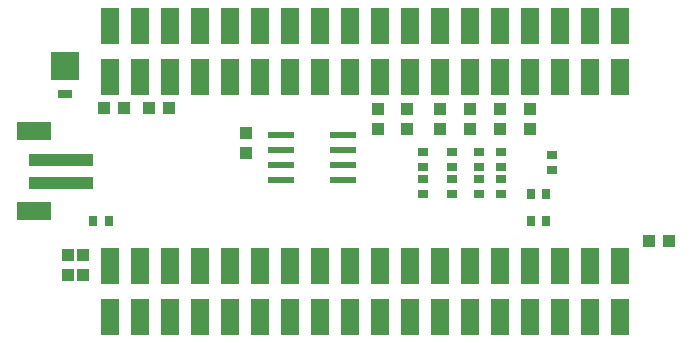
<source format=gbp>
G75*
%MOIN*%
%OFA0B0*%
%FSLAX25Y25*%
%IPPOS*%
%LPD*%
%AMOC8*
5,1,8,0,0,1.08239X$1,22.5*
%
%ADD10R,0.08661X0.02362*%
%ADD11R,0.03937X0.04331*%
%ADD12R,0.03543X0.02756*%
%ADD13R,0.06000X0.12000*%
%ADD14R,0.05000X0.03000*%
%ADD15R,0.09700X0.09200*%
%ADD16R,0.02756X0.03543*%
%ADD17R,0.21654X0.03937*%
%ADD18R,0.11811X0.06299*%
%ADD19R,0.04331X0.03937*%
D10*
X0095864Y0060600D03*
X0095864Y0065600D03*
X0095864Y0070600D03*
X0095864Y0075600D03*
X0116336Y0075600D03*
X0116336Y0070600D03*
X0116336Y0065600D03*
X0116336Y0060600D03*
D11*
X0128100Y0077754D03*
X0137600Y0077754D03*
X0148600Y0077754D03*
X0158600Y0077754D03*
X0158600Y0084446D03*
X0148600Y0084446D03*
X0137600Y0084446D03*
X0128100Y0084446D03*
X0168600Y0084446D03*
X0178600Y0084446D03*
X0178600Y0077754D03*
X0168600Y0077754D03*
X0084100Y0076446D03*
X0084100Y0069754D03*
X0029700Y0035646D03*
X0024800Y0035646D03*
X0024800Y0028954D03*
X0029700Y0028954D03*
D12*
X0143100Y0056041D03*
X0143100Y0061159D03*
X0143100Y0065041D03*
X0143100Y0070159D03*
X0152600Y0070159D03*
X0152600Y0065041D03*
X0152600Y0061159D03*
X0152600Y0056041D03*
X0161600Y0056041D03*
X0169100Y0056041D03*
X0169100Y0061159D03*
X0169100Y0065041D03*
X0161600Y0065041D03*
X0161600Y0061159D03*
X0161600Y0070159D03*
X0169100Y0070159D03*
X0186100Y0069159D03*
X0186100Y0064041D03*
D13*
X0038600Y0015100D03*
X0048600Y0015100D03*
X0058600Y0015100D03*
X0068600Y0015100D03*
X0078600Y0015100D03*
X0088600Y0015100D03*
X0098600Y0015100D03*
X0108600Y0015100D03*
X0118600Y0015100D03*
X0128600Y0015100D03*
X0138600Y0015100D03*
X0148600Y0015100D03*
X0158600Y0015100D03*
X0168600Y0015100D03*
X0178600Y0015100D03*
X0188600Y0015100D03*
X0198600Y0015100D03*
X0208600Y0015100D03*
X0208600Y0032100D03*
X0198600Y0032100D03*
X0188600Y0032100D03*
X0178600Y0032100D03*
X0168600Y0032100D03*
X0158600Y0032100D03*
X0148600Y0032100D03*
X0138600Y0032100D03*
X0128600Y0032100D03*
X0118600Y0032100D03*
X0108600Y0032100D03*
X0098600Y0032100D03*
X0088600Y0032100D03*
X0078600Y0032100D03*
X0068600Y0032100D03*
X0058600Y0032100D03*
X0048600Y0032100D03*
X0038600Y0032100D03*
X0038600Y0095100D03*
X0048600Y0095100D03*
X0058600Y0095100D03*
X0068600Y0095100D03*
X0078600Y0095100D03*
X0088600Y0095100D03*
X0098600Y0095100D03*
X0108600Y0095100D03*
X0118600Y0095100D03*
X0128600Y0095100D03*
X0138600Y0095100D03*
X0148600Y0095100D03*
X0158600Y0095100D03*
X0168600Y0095100D03*
X0178600Y0095100D03*
X0188600Y0095100D03*
X0198600Y0095100D03*
X0208600Y0095100D03*
X0208600Y0112100D03*
X0198600Y0112100D03*
X0188600Y0112100D03*
X0178600Y0112100D03*
X0168600Y0112100D03*
X0158600Y0112100D03*
X0148600Y0112100D03*
X0138600Y0112100D03*
X0128600Y0112100D03*
X0118600Y0112100D03*
X0108600Y0112100D03*
X0098600Y0112100D03*
X0088600Y0112100D03*
X0078600Y0112100D03*
X0068600Y0112100D03*
X0058600Y0112100D03*
X0048600Y0112100D03*
X0038600Y0112100D03*
D14*
X0023600Y0089350D03*
D15*
X0023600Y0098600D03*
D16*
X0033141Y0047000D03*
X0038259Y0047000D03*
X0179041Y0047100D03*
X0184159Y0047100D03*
X0184159Y0055900D03*
X0179041Y0055900D03*
D17*
X0022374Y0059663D03*
X0022374Y0067537D03*
D18*
X0013437Y0076986D03*
X0013437Y0050214D03*
D19*
X0036754Y0084600D03*
X0043446Y0084600D03*
X0051654Y0084600D03*
X0058346Y0084600D03*
X0218254Y0040400D03*
X0224946Y0040400D03*
M02*

</source>
